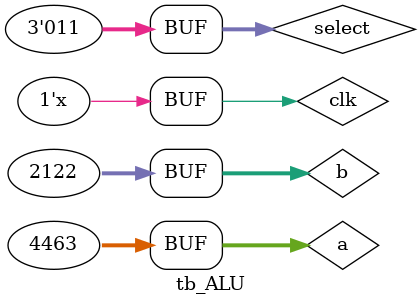
<source format=v>
`timescale 1ns / 1ns

module tb_ALU;
parameter size = 32;
	// Inputs
	reg [size-1:0] a;
	reg [size-1:0] b;
	reg [2:0] select;
	reg clk;

	// Outputs
	wire c_out;
	wire [size-1:0] result;
	wire c_out_verify;
	wire [size-1:0]result_verify;
	wire error_flag;

	// Instantiate the Unit Under Test (UUT)
	ALU_32bit #(size) uut (
		.c_out(c_out), 
		.result(result), 
		.a(a), 
		.b(b), 
		.select(select), 
		.clk(clk)
	);
	
	ALU_verification #(size) Verification (
		.c_out(c_out_verify), 
		.result(result_verify), 
		.a(a), 
		.b(b), 
		.select(select),
		.clk(clk)
	);
	
	// Assign Error_flag
	assign error_flag = (c_out != c_out_verify || result != result_verify);
	
	// Verification logic
	always@(posedge clk)
		begin
		if(error_flag)
			$display("Error occurs when a = %d, b = %d, c_in = %d\n", a, b, select);
		end
		

	initial begin
		// Initialize Inputs
		a = 0;
		b = 0;
		select = 0;
		clk = 0;

		// Wait 100 ns for global reset to finish
		#100;
        
		// Add stimulus here
		
		//Move
		#20;
		a = 343455;
		b = 10;
		select = 0;
		
		//NOT
		#20;
		a = 7;
		b = 0;
		select = 1;
		
		//ADD
		#20;
		a = 32'b11111111111111111111111111111110;
		b = 1;
		select = 6;
		
		#20;
		a = 32'b11111111111111111111111111111111;
		b = 1;
		select = 6;
		
		#20;
		a = 78;
		b = 3432;
		select = 6;

		#20;
		a = -6;
		b = 5;
		select = 6;
		
		//SUB
		#20;
		a = 10;
		b = 10;
		select = 5;
		
		#20;
		a = 7;
		b = 10;
		select = 5;
		
		#20;
		a = 52;
		b = 3;
		select = 5;

		#20;
		a = 8003434;
		b = 452;
		select = 5;
		
		//OR
		#20;
		a = 3423;
		b = 1000;
		select = 4;
		
		//AND
		#20;
		a = 4463;
		b = 2122;
		select = 3;
	end
	
      always
	#5 clk = ~clk;
	
endmodule


</source>
